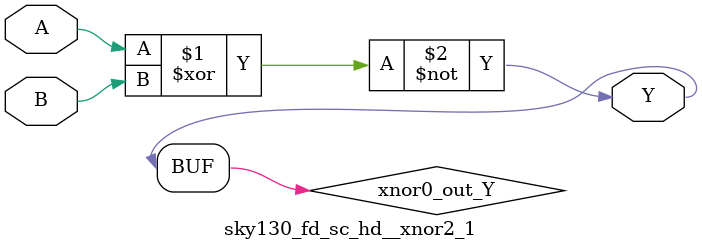
<source format=v>
/*
 * Copyright 2020 The SkyWater PDK Authors
 *
 * Licensed under the Apache License, Version 2.0 (the "License");
 * you may not use this file except in compliance with the License.
 * You may obtain a copy of the License at
 *
 *     https://www.apache.org/licenses/LICENSE-2.0
 *
 * Unless required by applicable law or agreed to in writing, software
 * distributed under the License is distributed on an "AS IS" BASIS,
 * WITHOUT WARRANTIES OR CONDITIONS OF ANY KIND, either express or implied.
 * See the License for the specific language governing permissions and
 * limitations under the License.
 *
 * SPDX-License-Identifier: Apache-2.0
*/


`ifndef SKY130_FD_SC_HD__XNOR2_1_FUNCTIONAL_V
`define SKY130_FD_SC_HD__XNOR2_1_FUNCTIONAL_V

/**
 * xnor2: 2-input exclusive NOR.
 *
 *        Y = !(A ^ B)
 *
 * Verilog simulation functional model.
 */

`timescale 1ns / 1ps
`default_nettype none

`celldefine
module sky130_fd_sc_hd__xnor2_1 (
    Y,
    A,
    B
);

    // Module ports
    output Y;
    input  A;
    input  B;

    // Local signals
    wire xnor0_out_Y;

    //   Name   Output       Other arguments
    xnor xnor0 (xnor0_out_Y, A, B           );
    buf  buf0  (Y          , xnor0_out_Y    );

endmodule
`endcelldefine

`default_nettype wire
`endif  // SKY130_FD_SC_HD__XNOR2_1_FUNCTIONAL_V

</source>
